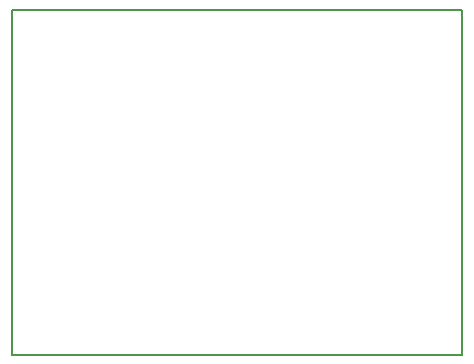
<source format=gbr>
G04 DipTrace 2.4.0.2*
%INBoardOutline.gbr*%
%MOIN*%
%ADD11C,0.0055*%
%FSLAX44Y44*%
G04*
G70*
G90*
G75*
G01*
%LNBoardOutline*%
%LPD*%
X3937Y15437D2*
D11*
X18937D1*
Y3937D1*
X3937D1*
Y15437D1*
M02*

</source>
